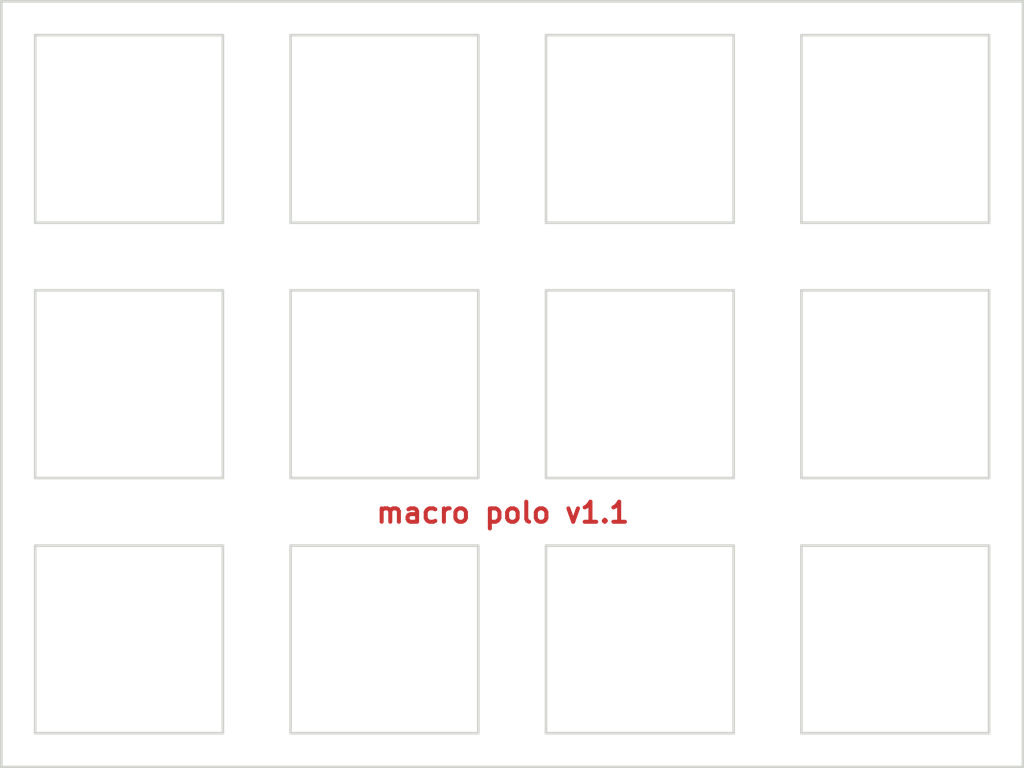
<source format=kicad_pcb>
(kicad_pcb (version 20171130) (host pcbnew "(5.0.2)-1")

  (general
    (thickness 1.6)
    (drawings 53)
    (tracks 0)
    (zones 0)
    (modules 0)
    (nets 1)
  )

  (page A4)
  (layers
    (0 F.Cu signal)
    (31 B.Cu signal)
    (32 B.Adhes user)
    (33 F.Adhes user)
    (34 B.Paste user)
    (35 F.Paste user)
    (36 B.SilkS user)
    (37 F.SilkS user)
    (38 B.Mask user)
    (39 F.Mask user)
    (40 Dwgs.User user)
    (41 Cmts.User user)
    (42 Eco1.User user)
    (43 Eco2.User user)
    (44 Edge.Cuts user)
    (45 Margin user)
    (46 B.CrtYd user)
    (47 F.CrtYd user)
    (48 B.Fab user)
    (49 F.Fab user)
  )

  (setup
    (last_trace_width 0.25)
    (trace_clearance 0.2)
    (zone_clearance 0.508)
    (zone_45_only no)
    (trace_min 0.2)
    (segment_width 0.2)
    (edge_width 0.15)
    (via_size 0.8)
    (via_drill 0.4)
    (via_min_size 0.4)
    (via_min_drill 0.3)
    (uvia_size 0.3)
    (uvia_drill 0.1)
    (uvias_allowed no)
    (uvia_min_size 0.2)
    (uvia_min_drill 0.1)
    (pcb_text_width 0.3)
    (pcb_text_size 1.5 1.5)
    (mod_edge_width 0.15)
    (mod_text_size 1 1)
    (mod_text_width 0.15)
    (pad_size 1.524 1.524)
    (pad_drill 0.762)
    (pad_to_mask_clearance 0.051)
    (solder_mask_min_width 0.25)
    (aux_axis_origin 0 0)
    (visible_elements 7FFFFFFF)
    (pcbplotparams
      (layerselection 0x010fc_ffffffff)
      (usegerberextensions false)
      (usegerberattributes false)
      (usegerberadvancedattributes false)
      (creategerberjobfile false)
      (excludeedgelayer true)
      (linewidth 0.100000)
      (plotframeref false)
      (viasonmask false)
      (mode 1)
      (useauxorigin false)
      (hpglpennumber 1)
      (hpglpenspeed 20)
      (hpglpendiameter 15.000000)
      (psnegative false)
      (psa4output false)
      (plotreference true)
      (plotvalue true)
      (plotinvisibletext false)
      (padsonsilk false)
      (subtractmaskfromsilk false)
      (outputformat 1)
      (mirror false)
      (drillshape 0)
      (scaleselection 1)
      (outputdirectory "./plateoutput"))
  )

  (net 0 "")

  (net_class Default "This is the default net class."
    (clearance 0.2)
    (trace_width 0.25)
    (via_dia 0.8)
    (via_drill 0.4)
    (uvia_dia 0.3)
    (uvia_drill 0.1)
  )

  (gr_text "macro polo v1.1" (at 54.9148 55.9308) (layer F.Cu)
    (effects (font (size 1.5 1.5) (thickness 0.3)))
  )
  (gr_line (start 39.0865 72.39002) (end 39.0865 58.3891) (layer Edge.Cuts) (width 0.2))
  (gr_line (start 53.0858 72.39002) (end 39.0865 72.39002) (layer Edge.Cuts) (width 0.2))
  (gr_line (start 53.0858 58.3891) (end 53.0858 72.39002) (layer Edge.Cuts) (width 0.2))
  (gr_line (start 34.036 58.3891) (end 34.036 72.39002) (layer Edge.Cuts) (width 0.2))
  (gr_line (start 93.7121 17.7661) (end 93.7121 74.915959) (layer Edge.Cuts) (width 0.2))
  (gr_line (start 34.036 72.39002) (end 20.03645 72.39002) (layer Edge.Cuts) (width 0.2))
  (gr_line (start 20.03645 58.3891) (end 34.036 58.3891) (layer Edge.Cuts) (width 0.2))
  (gr_line (start 20.03645 72.39002) (end 20.03645 58.3891) (layer Edge.Cuts) (width 0.2))
  (gr_line (start 17.511885 74.915959) (end 17.511885 17.7661) (layer Edge.Cuts) (width 0.2))
  (gr_line (start 93.7121 74.915959) (end 17.511885 74.915959) (layer Edge.Cuts) (width 0.2))
  (gr_line (start 17.511885 17.7661) (end 93.7121 17.7661) (layer Edge.Cuts) (width 0.2))
  (gr_line (start 72.1358 58.3891) (end 72.1358 72.39002) (layer Edge.Cuts) (width 0.2))
  (gr_line (start 58.1365 58.3891) (end 72.1358 58.3891) (layer Edge.Cuts) (width 0.2))
  (gr_line (start 39.0865 58.3891) (end 53.0858 58.3891) (layer Edge.Cuts) (width 0.2))
  (gr_line (start 91.1858 39.3391) (end 91.1858 53.34) (layer Edge.Cuts) (width 0.2))
  (gr_line (start 58.1365 53.34) (end 58.1365 39.3391) (layer Edge.Cuts) (width 0.2))
  (gr_line (start 39.0865 20.2891) (end 53.0858 20.2891) (layer Edge.Cuts) (width 0.2))
  (gr_line (start 77.1865 34.2898) (end 77.1865 20.2891) (layer Edge.Cuts) (width 0.2))
  (gr_line (start 58.1365 39.3391) (end 72.1358 39.3391) (layer Edge.Cuts) (width 0.2))
  (gr_line (start 91.1858 34.2898) (end 77.1865 34.2898) (layer Edge.Cuts) (width 0.2))
  (gr_line (start 91.1858 20.2891) (end 91.1858 34.2898) (layer Edge.Cuts) (width 0.2))
  (gr_line (start 77.1865 20.2891) (end 91.1858 20.2891) (layer Edge.Cuts) (width 0.2))
  (gr_line (start 58.1365 34.2898) (end 58.1365 20.2891) (layer Edge.Cuts) (width 0.2))
  (gr_line (start 72.1358 34.2898) (end 58.1365 34.2898) (layer Edge.Cuts) (width 0.2))
  (gr_line (start 72.1358 20.2891) (end 72.1358 34.2898) (layer Edge.Cuts) (width 0.2))
  (gr_line (start 58.1365 20.2891) (end 72.1358 20.2891) (layer Edge.Cuts) (width 0.2))
  (gr_line (start 53.0858 53.34) (end 39.0865 53.34) (layer Edge.Cuts) (width 0.2))
  (gr_line (start 20.03645 39.3391) (end 34.036 39.3391) (layer Edge.Cuts) (width 0.2))
  (gr_line (start 34.036 34.2898) (end 20.03645 34.2898) (layer Edge.Cuts) (width 0.2))
  (gr_line (start 77.1865 39.3391) (end 91.1858 39.3391) (layer Edge.Cuts) (width 0.2))
  (gr_line (start 53.0858 39.3391) (end 53.0858 53.34) (layer Edge.Cuts) (width 0.2))
  (gr_line (start 91.1858 58.3891) (end 91.1858 72.39002) (layer Edge.Cuts) (width 0.2))
  (gr_line (start 20.03645 20.2891) (end 34.036 20.2891) (layer Edge.Cuts) (width 0.2))
  (gr_line (start 53.0858 34.2898) (end 39.0865 34.2898) (layer Edge.Cuts) (width 0.2))
  (gr_line (start 77.1865 53.34) (end 77.1865 39.3391) (layer Edge.Cuts) (width 0.2))
  (gr_line (start 39.0865 53.34) (end 39.0865 39.3391) (layer Edge.Cuts) (width 0.2))
  (gr_line (start 77.1865 72.39002) (end 77.1865 58.3891) (layer Edge.Cuts) (width 0.2))
  (gr_line (start 72.1358 72.39002) (end 58.1365 72.39002) (layer Edge.Cuts) (width 0.2))
  (gr_line (start 39.0865 39.3391) (end 53.0858 39.3391) (layer Edge.Cuts) (width 0.2))
  (gr_line (start 58.1365 72.39002) (end 58.1365 58.3891) (layer Edge.Cuts) (width 0.2))
  (gr_line (start 34.036 39.3391) (end 34.036 53.34) (layer Edge.Cuts) (width 0.2))
  (gr_line (start 39.0865 34.2898) (end 39.0865 20.2891) (layer Edge.Cuts) (width 0.2))
  (gr_line (start 53.0858 20.2891) (end 53.0858 34.2898) (layer Edge.Cuts) (width 0.2))
  (gr_line (start 20.03645 34.2898) (end 20.03645 20.2891) (layer Edge.Cuts) (width 0.2))
  (gr_line (start 91.1858 72.39002) (end 77.1865 72.39002) (layer Edge.Cuts) (width 0.2))
  (gr_line (start 77.1865 58.3891) (end 91.1858 58.3891) (layer Edge.Cuts) (width 0.2))
  (gr_line (start 34.036 20.2891) (end 34.036 34.2898) (layer Edge.Cuts) (width 0.2))
  (gr_line (start 20.03645 53.34) (end 20.03645 39.3391) (layer Edge.Cuts) (width 0.2))
  (gr_line (start 72.1358 39.3391) (end 72.1358 53.34) (layer Edge.Cuts) (width 0.2))
  (gr_line (start 91.1858 53.34) (end 77.1865 53.34) (layer Edge.Cuts) (width 0.2))
  (gr_line (start 72.1358 53.34) (end 58.1365 53.34) (layer Edge.Cuts) (width 0.2))
  (gr_line (start 34.036 53.34) (end 20.03645 53.34) (layer Edge.Cuts) (width 0.2))

)

</source>
